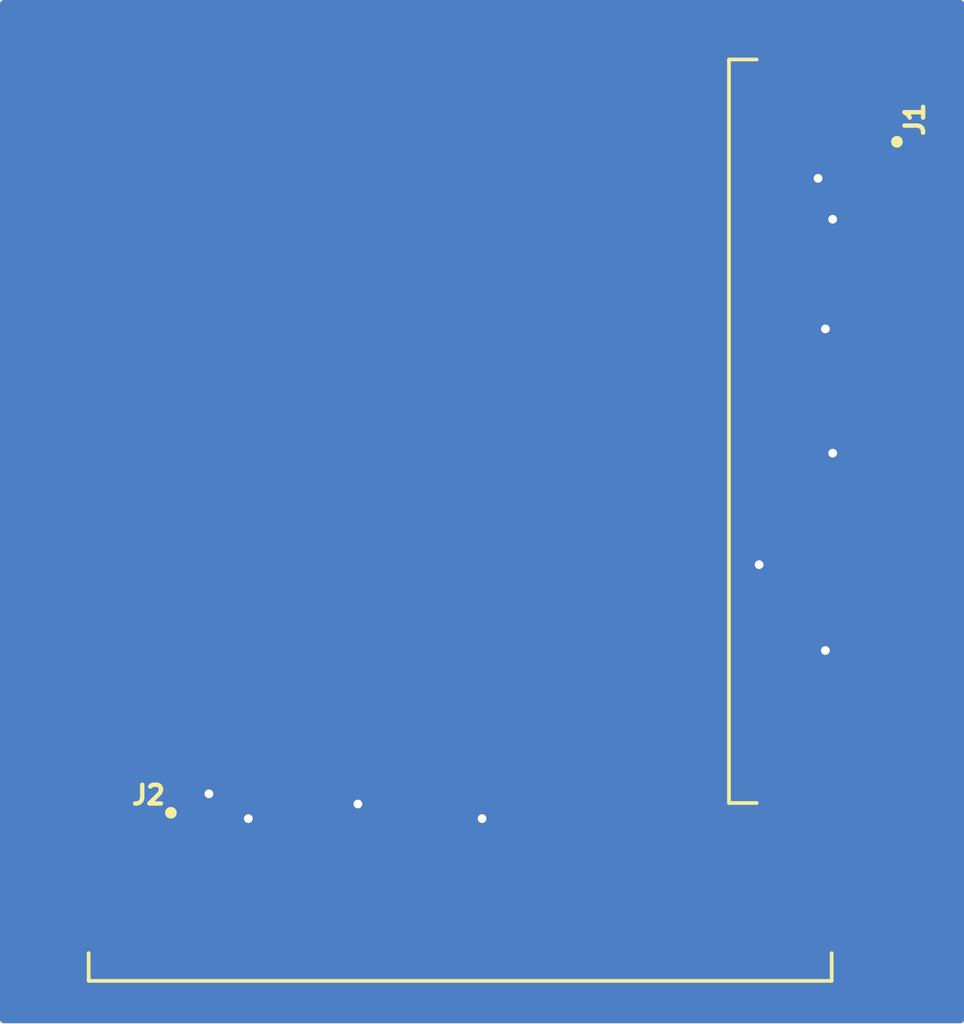
<source format=kicad_pcb>
(kicad_pcb (version 20240108) (generator "pcbnew") (generator_version "8.0")
  (layers (0 "F.Cu" signal) (31 "B.Cu" signal) (34 "B.Paste" user) (35 "F.Paste" user) (36 "B.SilkS" user "B.Silkscreen") (37 "F.SilkS" user "F.Silkscreen") (38 "B.Mask" user) (39 "F.Mask" user) (44 "Edge.Cuts" user))
  (net 0 "")
  (net 1 "GND")
  (net 2 "TOUCH_YP")
  (net 3 "HSYNC")
  (net 4 "TOUCH_YN")
  (net 5 "BLUE4")
  (net 6 "BLUE0")
  (net 7 "GREEN5")
  (net 8 "RED0")
  (net 9 "RED2")
  (net 10 "PIXCLK")
  (net 11 "BLUE1")
  (net 12 "BLUE3")
  (net 13 "GREEN3")
  (net 14 "BLUE2")
  (net 15 "GREEN4")
  (net 16 "RED4")
  (net 17 "GREEN0")
  (net 19 "LEDK")
  (net 20 "+24V")
  (net 21 "GREEN2")
  (net 22 "VSYNC")
  (net 23 "ON{slash}OFF")
  (net 24 "+3V3")
  (net 25 "TOUCH_XN")
  (net 26 "RED1")
  (net 27 "TOUCH_XP")
  (net 28 "RED3")
  (net 29 "GREEN1")
  (net 30 "DE")
  (footprint "footprints:TE_4-1734592-0" (layer "F.Cu") (at 160.5 93.75 -90)
    (property "Reference" "J1" (at -10.668 -1.8064 90) (layer "F.SilkS") (effects (font (size 0.64 0.64))))
    (property "Value" "4-1734592-0")
    (fp_line (start -12.715 4.55) (end 12.715 4.55) (stroke (width 0.127)) (layer "F.SilkS"))
    (fp_line (start -12.715 4.55) (end -12.715 3.6) (stroke (width 0.127)) (layer "F.SilkS"))
    (fp_line (start 12.715 4.55) (end 12.715 3.6) (stroke (width 0.127)) (layer "F.SilkS"))
    (fp_circle (center -9.9 -1.2) (end -9.8 -1.2) (stroke (width 0.2)) (fill none) (layer "F.SilkS"))
    (pad "1" smd rect (at -9.75 0 270) (size 0.3 1.1) (layers "F.Cu" "F.Paste" "F.Mask") (net 19 "LEDK"))
    (pad "2" smd rect (at -9.25 0 270) (size 0.3 1.1) (layers "F.Cu" "F.Paste" "F.Mask") (net 20 "+24V"))
    (pad "3" smd rect (at -8.75 0 270) (size 0.3 1.1) (layers "F.Cu" "F.Paste" "F.Mask") (net 1 "GND"))
    (pad "4" smd rect (at -8.25 0 270) (size 0.3 1.1) (layers "F.Cu" "F.Paste" "F.Mask") (net 24 "+3V3"))
    (pad "5" smd rect (at -7.75 0 270) (size 0.3 1.1) (layers "F.Cu" "F.Paste" "F.Mask") (net 1 "GND"))
    (pad "6" smd rect (at -7.25 0 270) (size 0.3 1.1) (layers "F.Cu" "F.Paste" "F.Mask") (net 1 "GND"))
    (pad "7" smd rect (at -6.75 0 270) (size 0.3 1.1) (layers "F.Cu" "F.Paste" "F.Mask") (net 1 "GND"))
    (pad "8" smd rect (at -6.25 0 270) (size 0.3 1.1) (layers "F.Cu" "F.Paste" "F.Mask") (net 8 "RED0"))
    (pad "9" smd rect (at -5.75 0 270) (size 0.3 1.1) (layers "F.Cu" "F.Paste" "F.Mask") (net 26 "RED1"))
    (pad "10" smd rect (at -5.25 0 270) (size 0.3 1.1) (layers "F.Cu" "F.Paste" "F.Mask") (net 9 "RED2"))
    (pad "11" smd rect (at -4.75 0 270) (size 0.3 1.1) (layers "F.Cu" "F.Paste" "F.Mask") (net 28 "RED3"))
    (pad "12" smd rect (at -4.25 0 270) (size 0.3 1.1) (layers "F.Cu" "F.Paste" "F.Mask") (net 16 "RED4"))
    (pad "13" smd rect (at -3.75 0 270) (size 0.3 1.1) (layers "F.Cu" "F.Paste" "F.Mask") (net 1 "GND"))
    (pad "14" smd rect (at -3.25 0 270) (size 0.3 1.1) (layers "F.Cu" "F.Paste" "F.Mask") (net 1 "GND"))
    (pad "15" smd rect (at -2.75 0 270) (size 0.3 1.1) (layers "F.Cu" "F.Paste" "F.Mask") (net 17 "GREEN0"))
    (pad "16" smd rect (at -2.25 0 270) (size 0.3 1.1) (layers "F.Cu" "F.Paste" "F.Mask") (net 29 "GREEN1"))
    (pad "17" smd rect (at -1.75 0 270) (size 0.3 1.1) (layers "F.Cu" "F.Paste" "F.Mask") (net 21 "GREEN2"))
    (pad "18" smd rect (at -1.25 0 270) (size 0.3 1.1) (layers "F.Cu" "F.Paste" "F.Mask") (net 13 "GREEN3"))
    (pad "19" smd rect (at -0.75 0 270) (size 0.3 1.1) (layers "F.Cu" "F.Paste" "F.Mask") (net 15 "GREEN4"))
    (pad "20" smd rect (at -0.25 0 270) (size 0.3 1.1) (layers "F.Cu" "F.Paste" "F.Mask") (net 7 "GREEN5"))
    (pad "21" smd rect (at 0.25 0 270) (size 0.3 1.1) (layers "F.Cu" "F.Paste" "F.Mask") (net 1 "GND"))
    (pad "22" smd rect (at 0.75 0 270) (size 0.3 1.1) (layers "F.Cu" "F.Paste" "F.Mask") (net 1 "GND"))
    (pad "23" smd rect (at 1.25 0 270) (size 0.3 1.1) (layers "F.Cu" "F.Paste" "F.Mask") (net 1 "GND"))
    (pad "24" smd rect (at 1.75 0 270) (size 0.3 1.1) (layers "F.Cu" "F.Paste" "F.Mask") (net 6 "BLUE0"))
    (pad "25" smd rect (at 2.25 0 270) (size 0.3 1.1) (layers "F.Cu" "F.Paste" "F.Mask") (net 11 "BLUE1"))
    (pad "26" smd rect (at 2.75 0 270) (size 0.3 1.1) (layers "F.Cu" "F.Paste" "F.Mask") (net 14 "BLUE2"))
    (pad "27" smd rect (at 3.25 0 270) (size 0.3 1.1) (layers "F.Cu" "F.Paste" "F.Mask") (net 12 "BLUE3"))
    (pad "28" smd rect (at 3.75 0 270) (size 0.3 1.1) (layers "F.Cu" "F.Paste" "F.Mask") (net 5 "BLUE4"))
    (pad "29" smd rect (at 4.25 0 270) (size 0.3 1.1) (layers "F.Cu" "F.Paste" "F.Mask") (net 1 "GND"))
    (pad "30" smd rect (at 4.75 0 270) (size 0.3 1.1) (layers "F.Cu" "F.Paste" "F.Mask") (net 10 "PIXCLK"))
    (pad "31" smd rect (at 5.25 0 270) (size 0.3 1.1) (layers "F.Cu" "F.Paste" "F.Mask") (net 23 "ON{slash}OFF"))
    (pad "32" smd rect (at 5.75 0 270) (size 0.3 1.1) (layers "F.Cu" "F.Paste" "F.Mask") (net 3 "HSYNC"))
    (pad "33" smd rect (at 6.25 0 270) (size 0.3 1.1) (layers "F.Cu" "F.Paste" "F.Mask") (net 22 "VSYNC"))
    (pad "34" smd rect (at 6.75 0 270) (size 0.3 1.1) (layers "F.Cu" "F.Paste" "F.Mask") (net 30 "DE"))
    (pad "35" smd rect (at 7.25 0 270) (size 0.3 1.1) (layers "F.Cu" "F.Paste" "F.Mask"))
    (pad "36" smd rect (at 7.75 0 270) (size 0.3 1.1) (layers "F.Cu" "F.Paste" "F.Mask") (net 1 "GND"))
    (pad "37" smd rect (at 8.25 0 270) (size 0.3 1.1) (layers "F.Cu" "F.Paste" "F.Mask") (net 27 "TOUCH_XP"))
    (pad "38" smd rect (at 8.75 0 270) (size 0.3 1.1) (layers "F.Cu" "F.Paste" "F.Mask") (net 4 "TOUCH_YN"))
    (pad "39" smd rect (at 9.25 0 270) (size 0.3 1.1) (layers "F.Cu" "F.Paste" "F.Mask") (net 25 "TOUCH_XN"))
    (pad "40" smd rect (at 9.75 0 270) (size 0.3 1.1) (layers "F.Cu" "F.Paste" "F.Mask") (net 2 "TOUCH_YP"))
    (pad "S1" smd rect (at -11.42 1.7 270) (size 2.3 3.1) (layers "F.Cu" "F.Paste" "F.Mask"))
    (pad "S2" smd rect (at 11.42 1.7 270) (size 2.3 3.1) (layers "F.Cu" "F.Paste" "F.Mask"))
  )
  (footprint "footprints:TE_4-1734592-0" (layer "F.Cu") (at 146.75 108)
    (property "Reference" "J2" (at -10.668 -1.8064 0) (layer "F.SilkS") (effects (font (size 0.64 0.64))))
    (property "Value" "4-1734592-0")
    (fp_line (start -12.715 4.55) (end -12.715 3.6) (stroke (width 0.127)) (layer "F.SilkS"))
    (fp_line (start -12.715 4.55) (end 12.715 4.55) (stroke (width 0.127)) (layer "F.SilkS"))
    (fp_line (start 12.715 4.55) (end 12.715 3.6) (stroke (width 0.127)) (layer "F.SilkS"))
    (fp_circle (center -9.9 -1.2) (end -9.8 -1.2) (stroke (width 0.2)) (fill none) (layer "F.SilkS"))
    (pad "1" smd rect (at -9.75 0) (size 0.3 1.1) (layers "F.Cu" "F.Paste" "F.Mask") (net 19 "LEDK"))
    (pad "2" smd rect (at -9.25 0) (size 0.3 1.1) (layers "F.Cu" "F.Paste" "F.Mask") (net 20 "+24V"))
    (pad "3" smd rect (at -8.75 0) (size 0.3 1.1) (layers "F.Cu" "F.Paste" "F.Mask") (net 1 "GND"))
    (pad "4" smd rect (at -8.25 0) (size 0.3 1.1) (layers "F.Cu" "F.Paste" "F.Mask") (net 24 "+3V3"))
    (pad "5" smd rect (at -7.75 0) (size 0.3 1.1) (layers "F.Cu" "F.Paste" "F.Mask") (net 1 "GND"))
    (pad "6" smd rect (at -7.25 0) (size 0.3 1.1) (layers "F.Cu" "F.Paste" "F.Mask") (net 1 "GND"))
    (pad "7" smd rect (at -6.75 0) (size 0.3 1.1) (layers "F.Cu" "F.Paste" "F.Mask") (net 1 "GND"))
    (pad "8" smd rect (at -6.25 0) (size 0.3 1.1) (layers "F.Cu" "F.Paste" "F.Mask") (net 8 "RED0"))
    (pad "9" smd rect (at -5.75 0) (size 0.3 1.1) (layers "F.Cu" "F.Paste" "F.Mask") (net 26 "RED1"))
    (pad "10" smd rect (at -5.25 0) (size 0.3 1.1) (layers "F.Cu" "F.Paste" "F.Mask") (net 9 "RED2"))
    (pad "11" smd rect (at -4.75 0) (size 0.3 1.1) (layers "F.Cu" "F.Paste" "F.Mask") (net 28 "RED3"))
    (pad "12" smd rect (at -4.25 0) (size 0.3 1.1) (layers "F.Cu" "F.Paste" "F.Mask") (net 16 "RED4"))
    (pad "13" smd rect (at -3.75 0) (size 0.3 1.1) (layers "F.Cu" "F.Paste" "F.Mask") (net 1 "GND"))
    (pad "14" smd rect (at -3.25 0) (size 0.3 1.1) (layers "F.Cu" "F.Paste" "F.Mask") (net 1 "GND"))
    (pad "15" smd rect (at -2.75 0) (size 0.3 1.1) (layers "F.Cu" "F.Paste" "F.Mask") (net 17 "GREEN0"))
    (pad "16" smd rect (at -2.25 0) (size 0.3 1.1) (layers "F.Cu" "F.Paste" "F.Mask") (net 29 "GREEN1"))
    (pad "17" smd rect (at -1.75 0) (size 0.3 1.1) (layers "F.Cu" "F.Paste" "F.Mask") (net 21 "GREEN2"))
    (pad "18" smd rect (at -1.25 0) (size 0.3 1.1) (layers "F.Cu" "F.Paste" "F.Mask") (net 13 "GREEN3"))
    (pad "19" smd rect (at -0.75 0) (size 0.3 1.1) (layers "F.Cu" "F.Paste" "F.Mask") (net 15 "GREEN4"))
    (pad "20" smd rect (at -0.25 0) (size 0.3 1.1) (layers "F.Cu" "F.Paste" "F.Mask") (net 7 "GREEN5"))
    (pad "21" smd rect (at 0.25 0) (size 0.3 1.1) (layers "F.Cu" "F.Paste" "F.Mask") (net 1 "GND"))
    (pad "22" smd rect (at 0.75 0) (size 0.3 1.1) (layers "F.Cu" "F.Paste" "F.Mask") (net 1 "GND"))
    (pad "23" smd rect (at 1.25 0) (size 0.3 1.1) (layers "F.Cu" "F.Paste" "F.Mask") (net 1 "GND"))
    (pad "24" smd rect (at 1.75 0) (size 0.3 1.1) (layers "F.Cu" "F.Paste" "F.Mask") (net 6 "BLUE0"))
    (pad "25" smd rect (at 2.25 0) (size 0.3 1.1) (layers "F.Cu" "F.Paste" "F.Mask") (net 11 "BLUE1"))
    (pad "26" smd rect (at 2.75 0) (size 0.3 1.1) (layers "F.Cu" "F.Paste" "F.Mask") (net 14 "BLUE2"))
    (pad "27" smd rect (at 3.25 0) (size 0.3 1.1) (layers "F.Cu" "F.Paste" "F.Mask") (net 12 "BLUE3"))
    (pad "28" smd rect (at 3.75 0) (size 0.3 1.1) (layers "F.Cu" "F.Paste" "F.Mask") (net 5 "BLUE4"))
    (pad "29" smd rect (at 4.25 0) (size 0.3 1.1) (layers "F.Cu" "F.Paste" "F.Mask") (net 1 "GND"))
    (pad "30" smd rect (at 4.75 0) (size 0.3 1.1) (layers "F.Cu" "F.Paste" "F.Mask") (net 10 "PIXCLK"))
    (pad "31" smd rect (at 5.25 0) (size 0.3 1.1) (layers "F.Cu" "F.Paste" "F.Mask") (net 23 "ON{slash}OFF"))
    (pad "32" smd rect (at 5.75 0) (size 0.3 1.1) (layers "F.Cu" "F.Paste" "F.Mask") (net 3 "HSYNC"))
    (pad "33" smd rect (at 6.25 0) (size 0.3 1.1) (layers "F.Cu" "F.Paste" "F.Mask") (net 22 "VSYNC"))
    (pad "34" smd rect (at 6.75 0) (size 0.3 1.1) (layers "F.Cu" "F.Paste" "F.Mask") (net 30 "DE"))
    (pad "35" smd rect (at 7.25 0) (size 0.3 1.1) (layers "F.Cu" "F.Paste" "F.Mask"))
    (pad "36" smd rect (at 7.75 0) (size 0.3 1.1) (layers "F.Cu" "F.Paste" "F.Mask") (net 1 "GND"))
    (pad "37" smd rect (at 8.25 0) (size 0.3 1.1) (layers "F.Cu" "F.Paste" "F.Mask") (net 27 "TOUCH_XP"))
    (pad "38" smd rect (at 8.75 0) (size 0.3 1.1) (layers "F.Cu" "F.Paste" "F.Mask") (net 4 "TOUCH_YN"))
    (pad "39" smd rect (at 9.25 0) (size 0.3 1.1) (layers "F.Cu" "F.Paste" "F.Mask") (net 25 "TOUCH_XN"))
    (pad "40" smd rect (at 9.75 0) (size 0.3 1.1) (layers "F.Cu" "F.Paste" "F.Mask") (net 2 "TOUCH_YP"))
    (pad "S1" smd rect (at -11.42 1.7) (size 2.3 3.1) (layers "F.Cu" "F.Paste" "F.Mask"))
    (pad "S2" smd rect (at 11.42 1.7) (size 2.3 3.1) (layers "F.Cu" "F.Paste" "F.Mask"))
  )
  (segment (start 160.5 94.5) (end 159.5 94.5) (width 0.2) (layer "F.Cu") (net 1))
  (segment (start 160.5 86) (end 160 86) (width 0.2) (layer "F.Cu") (net 1))
  (segment (start 143.25 106.5) (end 143.5 106.75) (width 0.2) (layer "F.Cu") (net 1))
  (segment (start 143.25 106.5) (end 143 106.75) (width 0.2) (layer "F.Cu") (net 1))
  (segment (start 139.5 107) (end 139.5 108) (width 0.2) (layer "F.Cu") (net 1))
  (segment (start 143.5 106.75) (end 143.5 108) (width 0.2) (layer "F.Cu") (net 1))
  (segment (start 157.295983 98) (end 160.5 98) (width 0.2) (layer "F.Cu") (net 1))
  (segment (start 156.982207 98.313776) (end 157.295983 98) (width 0.2) (layer "F.Cu") (net 1))
  (segment (start 160 86) (end 159.5 86.5) (width 0.2) (layer "F.Cu") (net 1))
  (segment (start 160 95) (end 159.5 94.5) (width 0.2) (layer "F.Cu") (net 1))
  (segment (start 140 108) (end 140 107.5) (width 0.2) (layer "F.Cu") (net 1))
  (segment (start 147.5 108) (end 147.5 107) (width 0.2) (layer "F.Cu") (net 1))
  (segment (start 140 107.5) (end 139.5 107) (width 0.2) (layer "F.Cu") (net 1))
  (segment (start 147 107.5) (end 147.5 107) (width 0.2) (layer "F.Cu") (net 1))
  (segment (start 159.1 85) (end 160.5 85) (width 0.2) (layer "F.Cu") (net 1))
  (segment (start 159.5 86.5) (end 160.5 86.5) (width 0.2) (layer "F.Cu") (net 1))
  (segment (start 159.25 101.25) (end 159.5 101.5) (width 0.2) (layer "F.Cu") (net 1))
  (segment (start 160 87) (end 159.5 86.5) (width 0.2) (layer "F.Cu") (net 1))
  (segment (start 138.151473 106.434312) (end 138 106.585785) (width 0.2) (layer "F.Cu") (net 1))
  (segment (start 160.5 90.5) (end 159.5 90.5) (width 0.2) (layer "F.Cu") (net 1))
  (segment (start 143 106.75) (end 143 108) (width 0.2) (layer "F.Cu") (net 1))
  (segment (start 138 106.585785) (end 138 108) (width 0.2) (layer "F.Cu") (net 1))
  (segment (start 159 85.1) (end 159.1 85) (width 0.2) (layer "F.Cu") (net 1))
  (segment (start 160.5 94) (end 160 94) (width 0.2) (layer "F.Cu") (net 1))
  (segment (start 147 108) (end 147 107.5) (width 0.2) (layer "F.Cu") (net 1))
  (segment (start 160 94) (end 159.5 94.5) (width 0.2) (layer "F.Cu") (net 1))
  (segment (start 148 108) (end 148 107.5) (width 0.2) (layer "F.Cu") (net 1))
  (segment (start 139 108) (end 139 107.5) (width 0.2) (layer "F.Cu") (net 1))
  (segment (start 159.5 90.5) (end 159.25 90.25) (width 0.2) (layer "F.Cu") (net 1))
  (segment (start 159.5 90) (end 159.25 90.25) (width 0.2) (layer "F.Cu") (net 1))
  (segment (start 160.5 87) (end 160 87) (width 0.2) (layer "F.Cu") (net 1))
  (segment (start 159.5 101.5) (end 160.5 101.5) (width 0.2) (layer "F.Cu") (net 1))
  (segment (start 160.5 90) (end 159.5 90) (width 0.2) (layer "F.Cu") (net 1))
  (segment (start 138.151473 106.151468) (end 138.151473 106.434312) (width 0.2) (layer "F.Cu") (net 1))
  (segment (start 160.5 95) (end 160 95) (width 0.2) (layer "F.Cu") (net 1))
  (segment (start 139 107.5) (end 139.5 107) (width 0.2) (layer "F.Cu") (net 1))
  (segment (start 148 107.5) (end 147.5 107) (width 0.2) (layer "F.Cu") (net 1))
  (via (at 147.5 107) (size 0.6) (drill 0.3) (layers "F.Cu" "B.Cu") (net 1))
  (via (at 143.25 106.5) (size 0.6) (drill 0.3) (layers "F.Cu" "B.Cu") (net 1))
  (via (at 159.25 90.25) (size 0.6) (drill 0.3) (layers "F.Cu" "B.Cu") (net 1))
  (via (at 156.982207 98.313776) (size 0.6) (drill 0.3) (layers "F.Cu" "B.Cu") (net 1))
  (via (at 159.25 101.25) (size 0.6) (drill 0.3) (layers "F.Cu" "B.Cu") (net 1))
  (via (at 159 85.1) (size 0.6) (drill 0.3) (layers "F.Cu" "B.Cu") (net 1))
  (via (at 159.5 86.5) (size 0.6) (drill 0.3) (layers "F.Cu" "B.Cu") (net 1))
  (via (at 139.5 107) (size 0.6) (drill 0.3) (layers "F.Cu" "B.Cu") (net 1))
  (via (at 159.5 94.5) (size 0.6) (drill 0.3) (layers "F.Cu" "B.Cu") (net 1))
  (via (at 138.151473 106.151468) (size 0.6) (drill 0.3) (layers "F.Cu" "B.Cu") (net 1))
  (segment (start 160.5 103.5) (end 157.17 103.5) (width 0.2) (layer "F.Cu") (net 2))
  (segment (start 156.5 104.17) (end 156.5 108) (width 0.2) (layer "F.Cu") (net 2))
  (segment (start 157.17 103.5) (end 156.5 104.17) (width 0.2) (layer "F.Cu") (net 2))
  (segment (start 160.5 99.5) (end 157.775884 99.5) (width 0.2) (layer "F.Cu") (net 3))
  (segment (start 152.5 104.775884) (end 152.5 108) (width 0.2) (layer "F.Cu") (net 3))
  (segment (start 157.775884 99.5) (end 152.5 104.775884) (width 0.2) (layer "F.Cu") (net 3))
  (segment (start 160.5 102.5) (end 157.038628 102.5) (width 0.2) (layer "F.Cu") (net 4))
  (segment (start 155.5 104.038628) (end 155.5 108) (width 0.2) (layer "F.Cu") (net 4))
  (segment (start 157.038628 102.5) (end 155.5 104.038628) (width 0.2) (layer "F.Cu") (net 4))
  (segment (start 150.5 103.947453) (end 150.5 108) (width 0.2) (layer "F.Cu") (net 5))
  (segment (start 160.5 97.5) (end 156.947453 97.5) (width 0.2) (layer "F.Cu") (net 5))
  (segment (start 156.947453 97.5) (end 150.5 103.947453) (width 0.2) (layer "F.Cu") (net 5))
  (segment (start 160.5 95.5) (end 156.684709 95.5) (width 0.2) (layer "F.Cu") (net 6))
  (segment (start 148.5 103.684709) (end 148.5 108) (width 0.2) (layer "F.Cu") (net 6))
  (segment (start 156.684709 95.5) (end 148.5 103.684709) (width 0.2) (layer "F.Cu") (net 6))
  (segment (start 158.119023 93.5) (end 160.5 93.5) (width 0.2) (layer "F.Cu") (net 7))
  (segment (start 146.5 108) (end 146.5 105.119023) (width 0.2) (layer "F.Cu") (net 7))
  (segment (start 146.5 105.119023) (end 158.119023 93.5) (width 0.2) (layer "F.Cu") (net 7))
  (segment (start 140.5 105.237256) (end 140.5 108) (width 0.2) (layer "F.Cu") (net 8))
  (segment (start 158.237256 87.5) (end 140.5 105.237256) (width 0.2) (layer "F.Cu") (net 8))
  (segment (start 160.5 87.5) (end 158.237256 87.5) (width 0.2) (layer "F.Cu") (net 8))
  (segment (start 141.5 105.368628) (end 141.5 108) (width 0.2) (layer "F.Cu") (net 9))
  (segment (start 158.368628 88.5) (end 141.5 105.368628) (width 0.2) (layer "F.Cu") (net 9))
  (segment (start 160.5 88.5) (end 158.368628 88.5) (width 0.2) (layer "F.Cu") (net 9))
  (segment (start 151.5 108) (end 151.5 104.644512) (width 0.2) (layer "F.Cu") (net 10))
  (segment (start 157.644512 98.5) (end 160.5 98.5) (width 0.2) (layer "F.Cu") (net 10))
  (segment (start 151.5 104.644512) (end 157.644512 98.5) (width 0.2) (layer "F.Cu") (net 10))
  (segment (start 160.5 96) (end 156.750395 96) (width 0.2) (layer "F.Cu") (net 11))
  (segment (start 149 103.750395) (end 149 108) (width 0.2) (layer "F.Cu") (net 11))
  (segment (start 156.750395 96) (end 149 103.750395) (width 0.2) (layer "F.Cu") (net 11))
  (segment (start 156.881767 97) (end 150 103.881767) (width 0.2) (layer "F.Cu") (net 12))
  (segment (start 150 103.881767) (end 150 108) (width 0.2) (layer "F.Cu") (net 12))
  (segment (start 160.5 97) (end 156.881767 97) (width 0.2) (layer "F.Cu") (net 12))
  (segment (start 157.987651 92.5) (end 160.5 92.5) (width 0.2) (layer "F.Cu") (net 13))
  (segment (start 145.5 104.987651) (end 157.987651 92.5) (width 0.2) (layer "F.Cu") (net 13))
  (segment (start 145.5 108) (end 145.5 104.987651) (width 0.2) (layer "F.Cu") (net 13))
  (segment (start 160.5 96.5) (end 156.816081 96.5) (width 0.2) (layer "F.Cu") (net 14))
  (segment (start 149.5 103.816081) (end 149.5 108) (width 0.2) (layer "F.Cu") (net 14))
  (segment (start 156.816081 96.5) (end 149.5 103.816081) (width 0.2) (layer "F.Cu") (net 14))
  (segment (start 146 105.053337) (end 146 108) (width 0.2) (layer "F.Cu") (net 15))
  (segment (start 160.5 93) (end 158.053337 93) (width 0.2) (layer "F.Cu") (net 15))
  (segment (start 158.053337 93) (end 146 105.053337) (width 0.2) (layer "F.Cu") (net 15))
  (segment (start 158.5 89.5) (end 160.5 89.5) (width 0.2) (layer "F.Cu") (net 16))
  (segment (start 142.5 108) (end 142.5 105.5) (width 0.2) (layer "F.Cu") (net 16))
  (segment (start 142.5 105.5) (end 158.5 89.5) (width 0.2) (layer "F.Cu") (net 16))
  (segment (start 144 104.790593) (end 144 108) (width 0.2) (layer "F.Cu") (net 17))
  (segment (start 160.5 91) (end 157.790593 91) (width 0.2) (layer "F.Cu") (net 17))
  (segment (start 157.790593 91) (end 144 104.790593) (width 0.2) (layer "F.Cu") (net 17))
  (segment (start 137 105.5) (end 137 108) (width 0.2) (layer "F.Cu") (net 19))
  (segment (start 160.5 84) (end 158.5 84) (width 0.2) (layer "F.Cu") (net 19))
  (segment (start 158.5 84) (end 137 105.5) (width 0.2) (layer "F.Cu") (net 19))
  (segment (start 158.565686 84.5) (end 160.5 84.5) (width 0.2) (layer "F.Cu") (net 20))
  (segment (start 137.5 108) (end 137.5 105.565686) (width 0.2) (layer "F.Cu") (net 20))
  (segment (start 137.5 105.565686) (end 158.565686 84.5) (width 0.2) (layer "F.Cu") (net 20))
  (segment (start 145 108) (end 145 104.921965) (width 0.2) (layer "F.Cu") (net 21))
  (segment (start 157.921965 92) (end 160.5 92) (width 0.2) (layer "F.Cu") (net 21))
  (segment (start 145 104.921965) (end 157.921965 92) (width 0.2) (layer "F.Cu") (net 21))
  (segment (start 160.5 100) (end 157.84157 100) (width 0.2) (layer "F.Cu") (net 22))
  (segment (start 157.84157 100) (end 153 104.84157) (width 0.2) (layer "F.Cu") (net 22))
  (segment (start 153 104.84157) (end 153 108) (width 0.2) (layer "F.Cu") (net 22))
  (segment (start 152 108) (end 152 104.710198) (width 0.2) (layer "F.Cu") (net 23))
  (segment (start 152 104.710198) (end 157.710198 99) (width 0.2) (layer "F.Cu") (net 23))
  (segment (start 157.710198 99) (end 160.5 99) (width 0.2) (layer "F.Cu") (net 23))
  (segment (start 160.5 85.5) (end 159.651471 85.5) (width 0.2) (layer "F.Cu") (net 24))
  (segment (start 159.651471 85.5) (end 138.5 106.651471) (width 0.2) (layer "F.Cu") (net 24))
  (segment (start 138.5 106.651471) (end 138.5 108) (width 0.2) (layer "F.Cu") (net 24))
  (segment (start 156 104.104314) (end 156 108) (width 0.2) (layer "F.Cu") (net 25))
  (segment (start 160.5 103) (end 157.104314 103) (width 0.2) (layer "F.Cu") (net 25))
  (segment (start 157.104314 103) (end 156 104.104314) (width 0.2) (layer "F.Cu") (net 25))
  (segment (start 141 108) (end 141 105.302942) (width 0.2) (layer "F.Cu") (net 26))
  (segment (start 158.302942 88) (end 160.5 88) (width 0.2) (layer "F.Cu") (net 26))
  (segment (start 141 105.302942) (end 158.302942 88) (width 0.2) (layer "F.Cu") (net 26))
  (segment (start 156.972942 102) (end 160.5 102) (width 0.2) (layer "F.Cu") (net 27))
  (segment (start 155 108) (end 155 103.972942) (width 0.2) (layer "F.Cu") (net 27))
  (segment (start 155 103.972942) (end 156.972942 102) (width 0.2) (layer "F.Cu") (net 27))
  (segment (start 158.434314 89) (end 160.5 89) (width 0.2) (layer "F.Cu") (net 28))
  (segment (start 142 105.434314) (end 158.434314 89) (width 0.2) (layer "F.Cu") (net 28))
  (segment (start 142 108) (end 142 105.434314) (width 0.2) (layer "F.Cu") (net 28))
  (segment (start 157.856279 91.5) (end 160.5 91.5) (width 0.2) (layer "F.Cu") (net 29))
  (segment (start 144.5 108) (end 144.5 104.856279) (width 0.2) (layer "F.Cu") (net 29))
  (segment (start 144.5 104.856279) (end 157.856279 91.5) (width 0.2) (layer "F.Cu") (net 29))
  (segment (start 153.5 104.907256) (end 153.5 108) (width 0.2) (layer "F.Cu") (net 30))
  (segment (start 157.907256 100.5) (end 153.5 104.907256) (width 0.2) (layer "F.Cu") (net 30))
  (segment (start 160.5 100.5) (end 157.907256 100.5) (width 0.2) (layer "F.Cu") (net 30))
  (zone (net 1) (net_name "GND") (layer "B.Cu") (connect_pads (clearance 0.5)) (min_thickness 0.25) (fill yes (thermal_gap 0.5) (thermal_bridge_width 0.5))
    (polygon (pts (xy 131 79) (xy 164 79) (xy 164 114) (xy 131 114)))
  )
)
</source>
